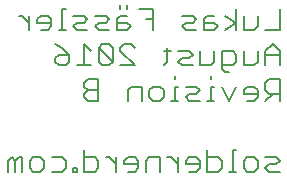
<source format=gbo>
G75*
%MOIN*%
%OFA0B0*%
%FSLAX25Y25*%
%IPPOS*%
%LPD*%
%AMOC8*
5,1,8,0,0,1.08239X$1,22.5*
%
%ADD10C,0.00800*%
D10*
X0073865Y0173103D02*
X0073865Y0176643D01*
X0075045Y0177823D01*
X0076225Y0176643D01*
X0076225Y0173103D01*
X0078585Y0173103D02*
X0078585Y0177823D01*
X0077405Y0177823D01*
X0076225Y0176643D01*
X0081115Y0176643D02*
X0081115Y0174283D01*
X0082295Y0173103D01*
X0084655Y0173103D01*
X0085835Y0174283D01*
X0085835Y0176643D01*
X0084655Y0177823D01*
X0082295Y0177823D01*
X0081115Y0176643D01*
X0088366Y0177823D02*
X0091906Y0177823D01*
X0093086Y0176643D01*
X0093086Y0174283D01*
X0091906Y0173103D01*
X0088366Y0173103D01*
X0095531Y0173103D02*
X0096711Y0173103D01*
X0096711Y0174283D01*
X0095531Y0174283D01*
X0095531Y0173103D01*
X0099241Y0173103D02*
X0099241Y0180183D01*
X0099241Y0177823D02*
X0102781Y0177823D01*
X0103961Y0176643D01*
X0103961Y0174283D01*
X0102781Y0173103D01*
X0099241Y0173103D01*
X0106463Y0177823D02*
X0107643Y0177823D01*
X0110003Y0175463D01*
X0110003Y0173103D02*
X0110003Y0177823D01*
X0112533Y0176643D02*
X0112533Y0175463D01*
X0117253Y0175463D01*
X0117253Y0174283D02*
X0117253Y0176643D01*
X0116073Y0177823D01*
X0113713Y0177823D01*
X0112533Y0176643D01*
X0113713Y0173103D02*
X0116073Y0173103D01*
X0117253Y0174283D01*
X0119784Y0173103D02*
X0119784Y0176643D01*
X0120964Y0177823D01*
X0124504Y0177823D01*
X0124504Y0173103D01*
X0127005Y0177823D02*
X0128186Y0177823D01*
X0130546Y0175463D01*
X0130546Y0173103D02*
X0130546Y0177823D01*
X0133076Y0176643D02*
X0133076Y0175463D01*
X0137796Y0175463D01*
X0137796Y0174283D02*
X0137796Y0176643D01*
X0136616Y0177823D01*
X0134256Y0177823D01*
X0133076Y0176643D01*
X0134256Y0173103D02*
X0136616Y0173103D01*
X0137796Y0174283D01*
X0140326Y0173103D02*
X0143866Y0173103D01*
X0145046Y0174283D01*
X0145046Y0176643D01*
X0143866Y0177823D01*
X0140326Y0177823D01*
X0140326Y0180183D02*
X0140326Y0173103D01*
X0147520Y0173103D02*
X0149880Y0173103D01*
X0148700Y0173103D02*
X0148700Y0180183D01*
X0149880Y0180183D01*
X0152410Y0176643D02*
X0153590Y0177823D01*
X0155950Y0177823D01*
X0157130Y0176643D01*
X0157130Y0174283D01*
X0155950Y0173103D01*
X0153590Y0173103D01*
X0152410Y0174283D01*
X0152410Y0176643D01*
X0159660Y0177823D02*
X0163200Y0177823D01*
X0164380Y0176643D01*
X0163200Y0175463D01*
X0160840Y0175463D01*
X0159660Y0174283D01*
X0160840Y0173103D01*
X0164380Y0173103D01*
X0164380Y0196725D02*
X0164380Y0203805D01*
X0160840Y0203805D01*
X0159660Y0202625D01*
X0159660Y0200265D01*
X0160840Y0199085D01*
X0164380Y0199085D01*
X0162020Y0199085D02*
X0159660Y0196725D01*
X0157130Y0197905D02*
X0157130Y0200265D01*
X0155950Y0201445D01*
X0153590Y0201445D01*
X0152410Y0200265D01*
X0152410Y0199085D01*
X0157130Y0199085D01*
X0157130Y0197905D02*
X0155950Y0196725D01*
X0153590Y0196725D01*
X0149880Y0201445D02*
X0147520Y0196725D01*
X0145160Y0201445D01*
X0142629Y0201445D02*
X0141449Y0201445D01*
X0141449Y0196725D01*
X0142629Y0196725D02*
X0140269Y0196725D01*
X0137796Y0196725D02*
X0134256Y0196725D01*
X0133076Y0197905D01*
X0134256Y0199085D01*
X0136616Y0199085D01*
X0137796Y0200265D01*
X0136616Y0201445D01*
X0133076Y0201445D01*
X0130546Y0201445D02*
X0129366Y0201445D01*
X0129366Y0196725D01*
X0130546Y0196725D02*
X0128186Y0196725D01*
X0125712Y0197905D02*
X0124532Y0196725D01*
X0122172Y0196725D01*
X0120992Y0197905D01*
X0120992Y0200265D01*
X0122172Y0201445D01*
X0124532Y0201445D01*
X0125712Y0200265D01*
X0125712Y0197905D01*
X0129366Y0203805D02*
X0129366Y0204985D01*
X0131839Y0208536D02*
X0130659Y0209716D01*
X0131839Y0210896D01*
X0134199Y0210896D01*
X0135379Y0212076D01*
X0134199Y0213256D01*
X0130659Y0213256D01*
X0128129Y0213256D02*
X0125769Y0213256D01*
X0126949Y0214436D02*
X0126949Y0209716D01*
X0125769Y0208536D01*
X0131839Y0208536D02*
X0135379Y0208536D01*
X0137909Y0208536D02*
X0137909Y0213256D01*
X0137909Y0208536D02*
X0141449Y0208536D01*
X0142629Y0209716D01*
X0142629Y0213256D01*
X0145160Y0213256D02*
X0148700Y0213256D01*
X0149880Y0212076D01*
X0149880Y0209716D01*
X0148700Y0208536D01*
X0145160Y0208536D01*
X0145160Y0207356D02*
X0145160Y0213256D01*
X0145160Y0207356D02*
X0146340Y0206176D01*
X0147520Y0206176D01*
X0152410Y0208536D02*
X0152410Y0213256D01*
X0157130Y0213256D02*
X0157130Y0209716D01*
X0155950Y0208536D01*
X0152410Y0208536D01*
X0159660Y0208536D02*
X0159660Y0213256D01*
X0162020Y0215616D01*
X0164380Y0213256D01*
X0164380Y0208536D01*
X0164380Y0212076D02*
X0159660Y0212076D01*
X0159660Y0220347D02*
X0164380Y0220347D01*
X0164380Y0227427D01*
X0157130Y0225067D02*
X0157130Y0221527D01*
X0155950Y0220347D01*
X0152410Y0220347D01*
X0152410Y0225067D01*
X0149880Y0227427D02*
X0149880Y0220347D01*
X0149880Y0222707D02*
X0146340Y0225067D01*
X0142658Y0225067D02*
X0140298Y0225067D01*
X0139118Y0223887D01*
X0139118Y0220347D01*
X0142658Y0220347D01*
X0143838Y0221527D01*
X0142658Y0222707D01*
X0139118Y0222707D01*
X0136587Y0223887D02*
X0135407Y0225067D01*
X0131867Y0225067D01*
X0133047Y0222707D02*
X0135407Y0222707D01*
X0136587Y0223887D01*
X0136587Y0220347D02*
X0133047Y0220347D01*
X0131867Y0221527D01*
X0133047Y0222707D01*
X0122087Y0223887D02*
X0119727Y0223887D01*
X0122087Y0220347D02*
X0122087Y0227427D01*
X0117367Y0227427D01*
X0113657Y0227427D02*
X0113657Y0228607D01*
X0111297Y0228607D02*
X0111297Y0227427D01*
X0111297Y0225067D02*
X0110117Y0223887D01*
X0110117Y0220347D01*
X0113657Y0220347D01*
X0114837Y0221527D01*
X0113657Y0222707D01*
X0110117Y0222707D01*
X0111297Y0225067D02*
X0113657Y0225067D01*
X0107586Y0223887D02*
X0106406Y0225067D01*
X0102866Y0225067D01*
X0104046Y0222707D02*
X0106406Y0222707D01*
X0107586Y0223887D01*
X0107586Y0220347D02*
X0104046Y0220347D01*
X0102866Y0221527D01*
X0104046Y0222707D01*
X0100336Y0223887D02*
X0099156Y0225067D01*
X0095616Y0225067D01*
X0096796Y0222707D02*
X0095616Y0221527D01*
X0096796Y0220347D01*
X0100336Y0220347D01*
X0099156Y0222707D02*
X0096796Y0222707D01*
X0099156Y0222707D02*
X0100336Y0223887D01*
X0093086Y0227427D02*
X0091906Y0227427D01*
X0091906Y0220347D01*
X0093086Y0220347D02*
X0090726Y0220347D01*
X0088252Y0221527D02*
X0088252Y0223887D01*
X0087072Y0225067D01*
X0084712Y0225067D01*
X0083532Y0223887D01*
X0083532Y0222707D01*
X0088252Y0222707D01*
X0088252Y0221527D02*
X0087072Y0220347D01*
X0084712Y0220347D01*
X0081002Y0220347D02*
X0081002Y0225067D01*
X0081002Y0222707D02*
X0078642Y0225067D01*
X0077462Y0225067D01*
X0089574Y0215616D02*
X0091934Y0214436D01*
X0094294Y0212076D01*
X0090754Y0212076D01*
X0089574Y0210896D01*
X0089574Y0209716D01*
X0090754Y0208536D01*
X0093114Y0208536D01*
X0094294Y0209716D01*
X0094294Y0212076D01*
X0096824Y0208536D02*
X0101544Y0208536D01*
X0099184Y0208536D02*
X0099184Y0215616D01*
X0101544Y0213256D01*
X0104075Y0214436D02*
X0104075Y0209716D01*
X0105255Y0208536D01*
X0107615Y0208536D01*
X0108795Y0209716D01*
X0104075Y0214436D01*
X0105255Y0215616D01*
X0107615Y0215616D01*
X0108795Y0214436D01*
X0108795Y0209716D01*
X0111325Y0208536D02*
X0116045Y0208536D01*
X0111325Y0213256D01*
X0111325Y0214436D01*
X0112505Y0215616D01*
X0114865Y0215616D01*
X0116045Y0214436D01*
X0103961Y0203805D02*
X0100421Y0203805D01*
X0099241Y0202625D01*
X0099241Y0201445D01*
X0100421Y0200265D01*
X0103961Y0200265D01*
X0103961Y0196725D02*
X0103961Y0203805D01*
X0100421Y0200265D02*
X0099241Y0199085D01*
X0099241Y0197905D01*
X0100421Y0196725D01*
X0103961Y0196725D01*
X0113742Y0196725D02*
X0113742Y0200265D01*
X0114922Y0201445D01*
X0118462Y0201445D01*
X0118462Y0196725D01*
X0141449Y0203805D02*
X0141449Y0204985D01*
X0146340Y0220347D02*
X0149880Y0222707D01*
M02*

</source>
